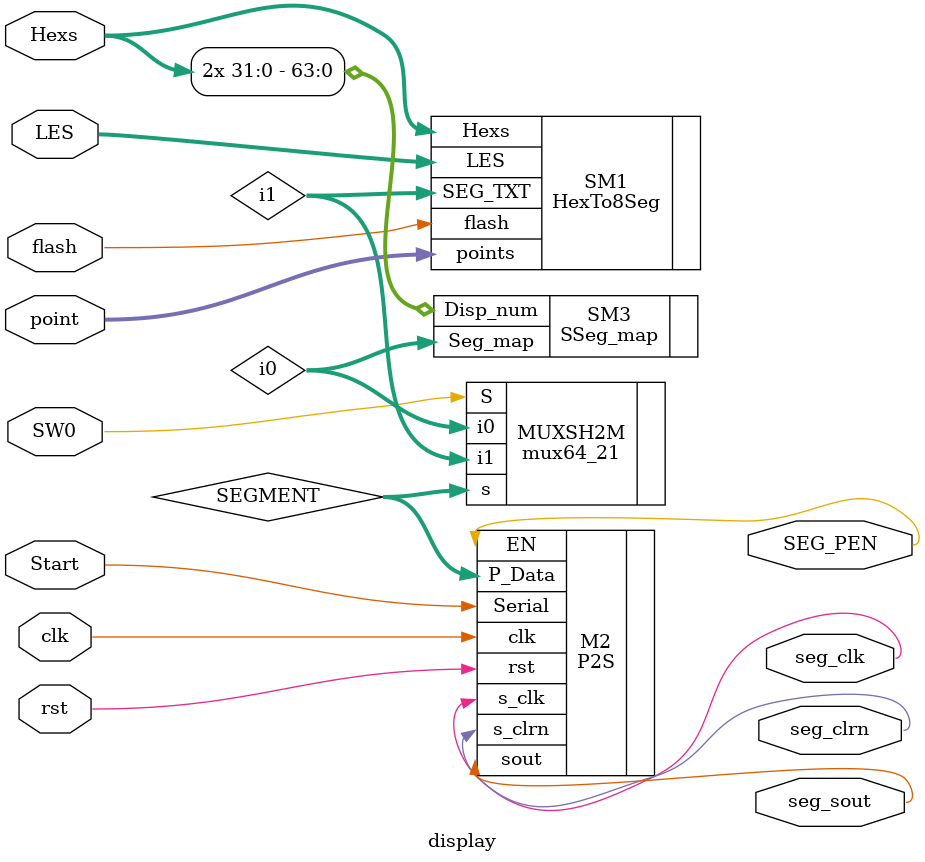
<source format=v>
`timescale 1ns / 1ps


module display(
input flash,
input [31:0] Hexs,
input [7:0] point,
input [7:0] LES,
input clk,
input rst,
input Start,
input SW0,
output seg_clk,
output seg_sout,
output SEG_PEN,
output seg_clrn
    );

wire [63:0] i0;
wire [63:0] i1;
wire [63:0] SEGMENT;
    
    HexTo8Seg SM1(
    .flash(flash),
    .Hexs(Hexs),
    .points(point),
    .LES(LES),
    .SEG_TXT(i1)
    );
    
    P2S M2(
        .clk(clk),
        .rst(rst),
        .Serial(Start),
        .P_Data(SEGMENT),
        .s_clk(seg_clk),
        .sout(seg_sout),
        .EN(SEG_PEN),
        .s_clrn(seg_clrn)
        );
        
    SSeg_map SM3(
    .Disp_num({Hexs[31:0],Hexs[31:0]}),
    .Seg_map(i0)
    );
    
    
    
    mux64_21 MUXSH2M(
    .S(SW0),
    .i0(i0),
    .i1(i1),
    .s(SEGMENT)
    );
    
endmodule

</source>
